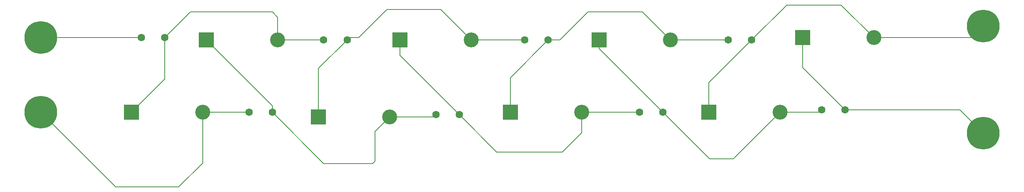
<source format=gbr>
%TF.GenerationSoftware,KiCad,Pcbnew,8.0.7*%
%TF.CreationDate,2025-10-03T18:14:02-07:00*%
%TF.ProjectId,HV Power Supply,48562050-6f77-4657-9220-537570706c79,rev?*%
%TF.SameCoordinates,Original*%
%TF.FileFunction,Copper,L1,Top*%
%TF.FilePolarity,Positive*%
%FSLAX46Y46*%
G04 Gerber Fmt 4.6, Leading zero omitted, Abs format (unit mm)*
G04 Created by KiCad (PCBNEW 8.0.7) date 2025-10-03 18:14:02*
%MOMM*%
%LPD*%
G01*
G04 APERTURE LIST*
%TA.AperFunction,ComponentPad*%
%ADD10C,7.000000*%
%TD*%
%TA.AperFunction,ComponentPad*%
%ADD11C,1.600000*%
%TD*%
%TA.AperFunction,ComponentPad*%
%ADD12R,3.200000X3.200000*%
%TD*%
%TA.AperFunction,ComponentPad*%
%ADD13O,3.200000X3.200000*%
%TD*%
%TA.AperFunction,Conductor*%
%ADD14C,0.200000*%
%TD*%
G04 APERTURE END LIST*
D10*
%TO.P,H4,1,1*%
%TO.N,Net-(D7-K)*%
X257000000Y-90500000D03*
%TD*%
D11*
%TO.P,C7,1*%
%TO.N,Net-(D5-K)*%
X202500000Y-93500000D03*
%TO.P,C7,2*%
%TO.N,Net-(D7-K)*%
X207500000Y-93500000D03*
%TD*%
%TO.P,C5,1*%
%TO.N,Net-(D3-K)*%
X159000000Y-93500000D03*
%TO.P,C5,2*%
%TO.N,Net-(D5-K)*%
X164000000Y-93500000D03*
%TD*%
D10*
%TO.P,H3,1,1*%
%TO.N,Net-(D8-K)*%
X257000000Y-113500000D03*
%TD*%
D11*
%TO.P,C1,1*%
%TO.N,Net-(C1-Pad1)*%
X77000000Y-93000000D03*
%TO.P,C1,2*%
%TO.N,Net-(D1-K)*%
X82000000Y-93000000D03*
%TD*%
%TO.P,C4,1*%
%TO.N,Net-(D2-K)*%
X140000000Y-109500000D03*
%TO.P,C4,2*%
%TO.N,Net-(D4-K)*%
X145000000Y-109500000D03*
%TD*%
D12*
%TO.P,D1,1,K*%
%TO.N,Net-(D1-K)*%
X74880000Y-109000000D03*
D13*
%TO.P,D1,2,A*%
%TO.N,Net-(D1-A)*%
X90120000Y-109000000D03*
%TD*%
%TO.P,D3,2,A*%
%TO.N,Net-(D2-K)*%
X130120000Y-110000000D03*
D12*
%TO.P,D3,1,K*%
%TO.N,Net-(D3-K)*%
X114880000Y-110000000D03*
%TD*%
D13*
%TO.P,D6,2,A*%
%TO.N,Net-(D5-K)*%
X190120000Y-93500000D03*
D12*
%TO.P,D6,1,K*%
%TO.N,Net-(D6-K)*%
X174880000Y-93500000D03*
%TD*%
D13*
%TO.P,D5,2,A*%
%TO.N,Net-(D4-K)*%
X171120000Y-109000000D03*
D12*
%TO.P,D5,1,K*%
%TO.N,Net-(D5-K)*%
X155880000Y-109000000D03*
%TD*%
D11*
%TO.P,C8,2*%
%TO.N,Net-(D8-K)*%
X227500000Y-108500000D03*
%TO.P,C8,1*%
%TO.N,Net-(D6-K)*%
X222500000Y-108500000D03*
%TD*%
%TO.P,C3,1*%
%TO.N,Net-(D1-K)*%
X116000000Y-93500000D03*
%TO.P,C3,2*%
%TO.N,Net-(D3-K)*%
X121000000Y-93500000D03*
%TD*%
D13*
%TO.P,D7,2,A*%
%TO.N,Net-(D6-K)*%
X213620000Y-109000000D03*
D12*
%TO.P,D7,1,K*%
%TO.N,Net-(D7-K)*%
X198380000Y-109000000D03*
%TD*%
D13*
%TO.P,D4,2,A*%
%TO.N,Net-(D3-K)*%
X147500000Y-93500000D03*
D12*
%TO.P,D4,1,K*%
%TO.N,Net-(D4-K)*%
X132260000Y-93500000D03*
%TD*%
D11*
%TO.P,C2,1*%
%TO.N,Net-(D1-A)*%
X100000000Y-109000000D03*
%TO.P,C2,2*%
%TO.N,Net-(D2-K)*%
X105000000Y-109000000D03*
%TD*%
D13*
%TO.P,D8,2,A*%
%TO.N,Net-(D7-K)*%
X233620000Y-93000000D03*
D12*
%TO.P,D8,1,K*%
%TO.N,Net-(D8-K)*%
X218380000Y-93000000D03*
%TD*%
%TO.P,D2,1,K*%
%TO.N,Net-(D2-K)*%
X90880000Y-93500000D03*
D13*
%TO.P,D2,2,A*%
%TO.N,Net-(D1-K)*%
X106120000Y-93500000D03*
%TD*%
D11*
%TO.P,C6,1*%
%TO.N,Net-(D4-K)*%
X183500000Y-109000000D03*
%TO.P,C6,2*%
%TO.N,Net-(D6-K)*%
X188500000Y-109000000D03*
%TD*%
D10*
%TO.P,H1,1,1*%
%TO.N,Net-(C1-Pad1)*%
X55500000Y-93000000D03*
%TD*%
%TO.P,H2,1,1*%
%TO.N,Net-(D1-A)*%
X55500000Y-109000000D03*
%TD*%
D14*
%TO.N,Net-(D2-K)*%
X130120000Y-110000000D02*
X139500000Y-110000000D01*
X139500000Y-110000000D02*
X140000000Y-109500000D01*
%TO.N,Net-(D7-K)*%
X233620000Y-93000000D02*
X254500000Y-93000000D01*
X254500000Y-93000000D02*
X257000000Y-90500000D01*
%TO.N,Net-(D8-K)*%
X227500000Y-108500000D02*
X252000000Y-108500000D01*
X252000000Y-108500000D02*
X257000000Y-113500000D01*
%TO.N,Net-(D6-K)*%
X213620000Y-109000000D02*
X222000000Y-109000000D01*
X222000000Y-109000000D02*
X222500000Y-108500000D01*
%TO.N,Net-(D8-K)*%
X218380000Y-93000000D02*
X218380000Y-99380000D01*
X218380000Y-99380000D02*
X227500000Y-108500000D01*
%TO.N,Net-(D7-K)*%
X207500000Y-93500000D02*
X215000000Y-86000000D01*
X215000000Y-86000000D02*
X226620000Y-86000000D01*
X226620000Y-86000000D02*
X233620000Y-93000000D01*
%TO.N,Net-(D5-K)*%
X190120000Y-93500000D02*
X202500000Y-93500000D01*
%TO.N,Net-(D7-K)*%
X198380000Y-109000000D02*
X198380000Y-102620000D01*
X198380000Y-102620000D02*
X207500000Y-93500000D01*
%TO.N,Net-(D6-K)*%
X188500000Y-109000000D02*
X198500000Y-119000000D01*
X198500000Y-119000000D02*
X203620000Y-119000000D01*
X203620000Y-119000000D02*
X213620000Y-109000000D01*
%TO.N,Net-(D4-K)*%
X171120000Y-109000000D02*
X183500000Y-109000000D01*
%TO.N,Net-(D6-K)*%
X174880000Y-93500000D02*
X174880000Y-95380000D01*
X174880000Y-95380000D02*
X188500000Y-109000000D01*
%TO.N,Net-(D5-K)*%
X166500000Y-93500000D02*
X172500000Y-87500000D01*
X184120000Y-87500000D02*
X190120000Y-93500000D01*
X164000000Y-93500000D02*
X166500000Y-93500000D01*
X172500000Y-87500000D02*
X184120000Y-87500000D01*
X155880000Y-109000000D02*
X155880000Y-101620000D01*
X155880000Y-101620000D02*
X164000000Y-93500000D01*
%TO.N,Net-(D4-K)*%
X153000000Y-117500000D02*
X167000000Y-117500000D01*
X145000000Y-109500000D02*
X153000000Y-117500000D01*
X167000000Y-117500000D02*
X171120000Y-113380000D01*
X171120000Y-113380000D02*
X171120000Y-109000000D01*
%TO.N,Net-(D3-K)*%
X147500000Y-93500000D02*
X159000000Y-93500000D01*
X123500000Y-93000000D02*
X129500000Y-87000000D01*
X121500000Y-93000000D02*
X123500000Y-93000000D01*
X129500000Y-87000000D02*
X141000000Y-87000000D01*
X121000000Y-93500000D02*
X121500000Y-93000000D01*
X141000000Y-87000000D02*
X147500000Y-93500000D01*
%TO.N,Net-(D4-K)*%
X132260000Y-93500000D02*
X132260000Y-96760000D01*
X132260000Y-96760000D02*
X145000000Y-109500000D01*
%TO.N,Net-(D3-K)*%
X114880000Y-110000000D02*
X114880000Y-99620000D01*
X114880000Y-99620000D02*
X121000000Y-93500000D01*
%TO.N,Net-(D2-K)*%
X116000000Y-120000000D02*
X126500000Y-120000000D01*
X105000000Y-109000000D02*
X116000000Y-120000000D01*
X127000000Y-119500000D02*
X127000000Y-113120000D01*
X126500000Y-120000000D02*
X127000000Y-119500000D01*
X127000000Y-113120000D02*
X130120000Y-110000000D01*
%TO.N,Net-(D1-K)*%
X106120000Y-93500000D02*
X116000000Y-93500000D01*
X82000000Y-93000000D02*
X87500000Y-87500000D01*
X87500000Y-87500000D02*
X105000000Y-87500000D01*
X105000000Y-87500000D02*
X106120000Y-88620000D01*
X106120000Y-88620000D02*
X106120000Y-93500000D01*
%TO.N,Net-(D2-K)*%
X90880000Y-93500000D02*
X105000000Y-107620000D01*
X105000000Y-107620000D02*
X105000000Y-109000000D01*
%TO.N,Net-(D1-A)*%
X90120000Y-109000000D02*
X100000000Y-109000000D01*
X71500000Y-125000000D02*
X85000000Y-125000000D01*
X55500000Y-109000000D02*
X71500000Y-125000000D01*
X85000000Y-125000000D02*
X90120000Y-119880000D01*
X90120000Y-119880000D02*
X90120000Y-109000000D01*
%TO.N,Net-(D1-K)*%
X82000000Y-93000000D02*
X82000000Y-101880000D01*
X82000000Y-101880000D02*
X74880000Y-109000000D01*
%TO.N,Net-(C1-Pad1)*%
X55500000Y-93000000D02*
X77000000Y-93000000D01*
%TD*%
M02*

</source>
